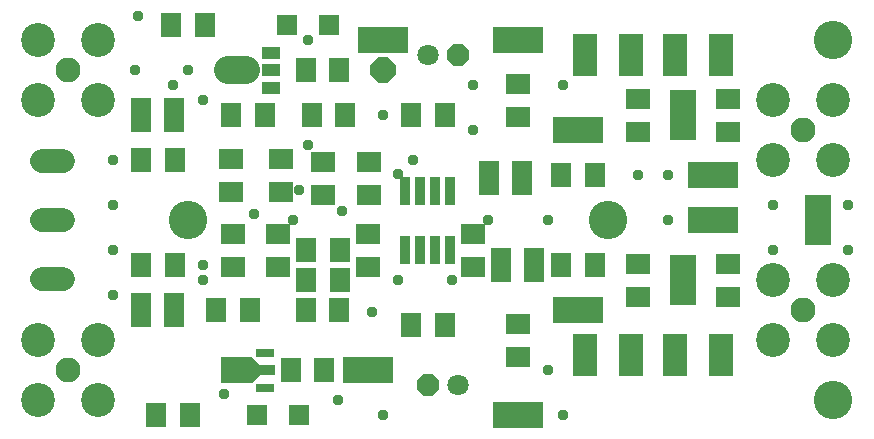
<source format=gbr>
G04 EAGLE Gerber RS-274X export*
G75*
%MOMM*%
%FSLAX34Y34*%
%LPD*%
%INSoldermask Top*%
%IPPOS*%
%AMOC8*
5,1,8,0,0,1.08239X$1,22.5*%
G01*
%ADD10C,3.251200*%
%ADD11R,2.003200X1.803200*%
%ADD12R,1.803200X2.006200*%
%ADD13C,2.108200*%
%ADD14C,2.870200*%
%ADD15R,0.812800X2.489200*%
%ADD16P,1.951982X8X22.500000*%
%ADD17C,1.803400*%
%ADD18P,1.951982X8X202.500000*%
%ADD19R,1.803200X2.903200*%
%ADD20R,2.006200X1.803200*%
%ADD21R,1.803200X2.003200*%
%ADD22R,2.103200X3.603200*%
%ADD23P,2.309387X8X22.500000*%
%ADD24R,4.267200X2.235200*%
%ADD25R,2.235200X4.267200*%
%ADD26R,1.703200X1.703200*%
%ADD27C,1.993900*%
%ADD28C,2.403200*%
%ADD29R,1.575000X1.050000*%
%ADD30R,1.603200X0.773200*%
%ADD31C,0.959600*%

G36*
X219671Y52467D02*
X219671Y52467D01*
X219685Y52465D01*
X226420Y59201D01*
X238650Y59201D01*
X238697Y59237D01*
X238692Y59244D01*
X238699Y59250D01*
X238699Y67750D01*
X238663Y67797D01*
X238656Y67792D01*
X238650Y67799D01*
X226420Y67799D01*
X219685Y74535D01*
X219658Y74539D01*
X219650Y74549D01*
X193150Y74549D01*
X193103Y74513D01*
X193108Y74506D01*
X193101Y74500D01*
X193101Y52500D01*
X193137Y52453D01*
X193144Y52458D01*
X193150Y52451D01*
X219650Y52451D01*
X219671Y52467D01*
G37*
D10*
X165100Y190500D03*
X520700Y190500D03*
X711200Y342900D03*
X711200Y38100D03*
D11*
X444500Y278100D03*
X444500Y306100D03*
D12*
X481080Y228600D03*
X509520Y228600D03*
D13*
X63500Y317500D03*
D14*
X38001Y342999D03*
X88999Y342999D03*
X88999Y292001D03*
X38001Y292001D03*
D13*
X685800Y266700D03*
D14*
X660301Y292199D03*
X711299Y292199D03*
X711299Y241201D03*
X660301Y241201D03*
D15*
X387350Y215646D03*
X374650Y215646D03*
X361950Y215646D03*
X349250Y215646D03*
X349250Y165354D03*
X361950Y165354D03*
X374650Y165354D03*
X387350Y165354D03*
D11*
X406400Y151100D03*
X406400Y179100D03*
X317500Y179100D03*
X317500Y151100D03*
D16*
X393700Y330200D03*
D17*
X368300Y330200D03*
D18*
X368300Y50800D03*
D17*
X393700Y50800D03*
D19*
X125700Y279400D03*
X153700Y279400D03*
D12*
X201680Y279400D03*
X230120Y279400D03*
D20*
X243840Y242820D03*
X243840Y214380D03*
X318770Y211840D03*
X318770Y240280D03*
X279400Y211840D03*
X279400Y240280D03*
D21*
X298480Y279400D03*
X270480Y279400D03*
D11*
X201930Y242600D03*
X201930Y214600D03*
D12*
X125480Y241300D03*
X153920Y241300D03*
X382520Y279400D03*
X354080Y279400D03*
D22*
X501200Y330200D03*
X540200Y330200D03*
D11*
X546100Y293400D03*
X546100Y265400D03*
D23*
X330200Y317500D03*
D22*
X577400Y330200D03*
X616400Y330200D03*
D11*
X622300Y293400D03*
X622300Y265400D03*
D19*
X420340Y226060D03*
X448340Y226060D03*
D24*
X330200Y342900D03*
X317500Y63500D03*
X444500Y25400D03*
D25*
X698500Y190500D03*
D24*
X444500Y342900D03*
X495300Y266700D03*
D25*
X584200Y279400D03*
D24*
X609600Y228600D03*
D12*
X481080Y152400D03*
X509520Y152400D03*
D11*
X444500Y102900D03*
X444500Y74900D03*
D13*
X685800Y114300D03*
D14*
X660301Y139799D03*
X711299Y139799D03*
X711299Y88801D03*
X660301Y88801D03*
D12*
X382520Y101600D03*
X354080Y101600D03*
D22*
X501200Y76200D03*
X540200Y76200D03*
D11*
X546100Y125700D03*
X546100Y153700D03*
D22*
X577400Y76200D03*
X616400Y76200D03*
D11*
X622300Y125700D03*
X622300Y153700D03*
D19*
X430500Y152400D03*
X458500Y152400D03*
D24*
X495300Y114300D03*
D25*
X584200Y139700D03*
D24*
X609600Y190500D03*
D20*
X241300Y179320D03*
X241300Y150880D03*
D12*
X217420Y114300D03*
X188980Y114300D03*
D11*
X203200Y151100D03*
X203200Y179100D03*
D21*
X293400Y114300D03*
X265400Y114300D03*
D12*
X125480Y152400D03*
X153920Y152400D03*
D19*
X153700Y114300D03*
X125700Y114300D03*
D13*
X63500Y63500D03*
D14*
X38001Y88999D03*
X88999Y88999D03*
X88999Y38001D03*
X38001Y38001D03*
D12*
X265180Y139700D03*
X293620Y139700D03*
X293620Y165100D03*
X265180Y165100D03*
D26*
X249200Y355600D03*
X284200Y355600D03*
X258800Y25400D03*
X223800Y25400D03*
D12*
X138180Y25400D03*
X166620Y25400D03*
X150880Y355600D03*
X179320Y355600D03*
D27*
X59554Y240500D02*
X41647Y240500D01*
X41647Y190500D02*
X59554Y190500D01*
X59554Y140500D02*
X41647Y140500D01*
D28*
X199000Y317500D02*
X214000Y317500D01*
D29*
X235775Y302500D03*
X235775Y332500D03*
X235775Y317500D03*
D21*
X265400Y317500D03*
X293400Y317500D03*
D30*
X230650Y78500D03*
X230650Y48500D03*
D21*
X252700Y63500D03*
X280700Y63500D03*
D31*
X101600Y241300D03*
X101600Y203200D03*
X101600Y165100D03*
X101600Y127000D03*
X220980Y195580D03*
X295910Y198120D03*
X419100Y190500D03*
X469900Y190500D03*
X546100Y228600D03*
X571500Y190500D03*
X571500Y228600D03*
X660400Y203200D03*
X723900Y203200D03*
X723900Y165100D03*
X660400Y165100D03*
X469900Y63500D03*
X406400Y266700D03*
X406400Y304800D03*
X482600Y304800D03*
X165100Y317500D03*
X321310Y113030D03*
X292100Y38100D03*
X330200Y25400D03*
X482600Y25400D03*
X195580Y43180D03*
X123190Y363220D03*
X266700Y342900D03*
X266700Y254000D03*
X330200Y279400D03*
X152400Y304800D03*
X177800Y292100D03*
X177800Y139700D03*
X177800Y152400D03*
X342900Y229870D03*
X388620Y139700D03*
X120650Y317500D03*
X259080Y215900D03*
X355600Y241300D03*
X342900Y139700D03*
X254000Y190500D03*
M02*

</source>
